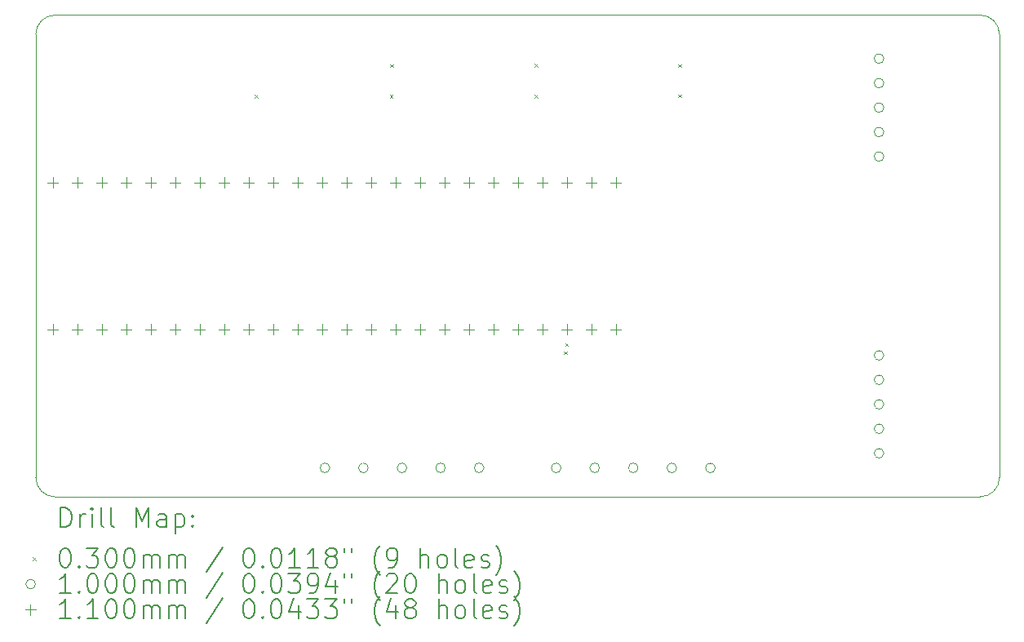
<source format=gbr>
%TF.GenerationSoftware,KiCad,Pcbnew,9.0.4-9.0.4-0~ubuntu22.04.1*%
%TF.CreationDate,2025-10-13T12:48:48-07:00*%
%TF.ProjectId,test_arena,74657374-5f61-4726-956e-612e6b696361,rev?*%
%TF.SameCoordinates,Original*%
%TF.FileFunction,Drillmap*%
%TF.FilePolarity,Positive*%
%FSLAX45Y45*%
G04 Gerber Fmt 4.5, Leading zero omitted, Abs format (unit mm)*
G04 Created by KiCad (PCBNEW 9.0.4-9.0.4-0~ubuntu22.04.1) date 2025-10-13 12:48:48*
%MOMM*%
%LPD*%
G01*
G04 APERTURE LIST*
%ADD10C,0.050000*%
%ADD11C,0.200000*%
%ADD12C,0.100000*%
%ADD13C,0.110000*%
G04 APERTURE END LIST*
D10*
X5200000Y-5000000D02*
X14800000Y-5000000D01*
X15000000Y-9800000D02*
G75*
G02*
X14800000Y-10000000I-200000J0D01*
G01*
X5000000Y-9800000D02*
X5000000Y-5200000D01*
X5000000Y-5200000D02*
G75*
G02*
X5200000Y-5000000I200000J0D01*
G01*
X5200000Y-10000000D02*
G75*
G02*
X5000000Y-9800000I0J200000D01*
G01*
X14800000Y-10000000D02*
X5200000Y-10000000D01*
X15000000Y-5200000D02*
X15000000Y-9800000D01*
X14800000Y-5000000D02*
G75*
G02*
X15000000Y-5200000I0J-200000D01*
G01*
D11*
D12*
X7272500Y-5830000D02*
X7302500Y-5860000D01*
X7302500Y-5830000D02*
X7272500Y-5860000D01*
X8672500Y-5827500D02*
X8702500Y-5857500D01*
X8702500Y-5827500D02*
X8672500Y-5857500D01*
X8677500Y-5510000D02*
X8707500Y-5540000D01*
X8707500Y-5510000D02*
X8677500Y-5540000D01*
X10177500Y-5507500D02*
X10207500Y-5537500D01*
X10207500Y-5507500D02*
X10177500Y-5537500D01*
X10177500Y-5827500D02*
X10207500Y-5857500D01*
X10207500Y-5827500D02*
X10177500Y-5857500D01*
X10480880Y-8492350D02*
X10510880Y-8522350D01*
X10510880Y-8492350D02*
X10480880Y-8522350D01*
X10492840Y-8407190D02*
X10522840Y-8437190D01*
X10522840Y-8407190D02*
X10492840Y-8437190D01*
X11667500Y-5510000D02*
X11697500Y-5540000D01*
X11697500Y-5510000D02*
X11667500Y-5540000D01*
X11667500Y-5825000D02*
X11697500Y-5855000D01*
X11697500Y-5825000D02*
X11667500Y-5855000D01*
X8050000Y-9700000D02*
G75*
G02*
X7950000Y-9700000I-50000J0D01*
G01*
X7950000Y-9700000D02*
G75*
G02*
X8050000Y-9700000I50000J0D01*
G01*
X8450000Y-9700000D02*
G75*
G02*
X8350000Y-9700000I-50000J0D01*
G01*
X8350000Y-9700000D02*
G75*
G02*
X8450000Y-9700000I50000J0D01*
G01*
X8850000Y-9700000D02*
G75*
G02*
X8750000Y-9700000I-50000J0D01*
G01*
X8750000Y-9700000D02*
G75*
G02*
X8850000Y-9700000I50000J0D01*
G01*
X9250000Y-9700000D02*
G75*
G02*
X9150000Y-9700000I-50000J0D01*
G01*
X9150000Y-9700000D02*
G75*
G02*
X9250000Y-9700000I50000J0D01*
G01*
X9650000Y-9700000D02*
G75*
G02*
X9550000Y-9700000I-50000J0D01*
G01*
X9550000Y-9700000D02*
G75*
G02*
X9650000Y-9700000I50000J0D01*
G01*
X10450000Y-9700000D02*
G75*
G02*
X10350000Y-9700000I-50000J0D01*
G01*
X10350000Y-9700000D02*
G75*
G02*
X10450000Y-9700000I50000J0D01*
G01*
X10850000Y-9700000D02*
G75*
G02*
X10750000Y-9700000I-50000J0D01*
G01*
X10750000Y-9700000D02*
G75*
G02*
X10850000Y-9700000I50000J0D01*
G01*
X11250000Y-9700000D02*
G75*
G02*
X11150000Y-9700000I-50000J0D01*
G01*
X11150000Y-9700000D02*
G75*
G02*
X11250000Y-9700000I50000J0D01*
G01*
X11650000Y-9700000D02*
G75*
G02*
X11550000Y-9700000I-50000J0D01*
G01*
X11550000Y-9700000D02*
G75*
G02*
X11650000Y-9700000I50000J0D01*
G01*
X12050000Y-9700000D02*
G75*
G02*
X11950000Y-9700000I-50000J0D01*
G01*
X11950000Y-9700000D02*
G75*
G02*
X12050000Y-9700000I50000J0D01*
G01*
X13800000Y-5452000D02*
G75*
G02*
X13700000Y-5452000I-50000J0D01*
G01*
X13700000Y-5452000D02*
G75*
G02*
X13800000Y-5452000I50000J0D01*
G01*
X13800000Y-5706000D02*
G75*
G02*
X13700000Y-5706000I-50000J0D01*
G01*
X13700000Y-5706000D02*
G75*
G02*
X13800000Y-5706000I50000J0D01*
G01*
X13800000Y-5960000D02*
G75*
G02*
X13700000Y-5960000I-50000J0D01*
G01*
X13700000Y-5960000D02*
G75*
G02*
X13800000Y-5960000I50000J0D01*
G01*
X13800000Y-6214000D02*
G75*
G02*
X13700000Y-6214000I-50000J0D01*
G01*
X13700000Y-6214000D02*
G75*
G02*
X13800000Y-6214000I50000J0D01*
G01*
X13800000Y-6468000D02*
G75*
G02*
X13700000Y-6468000I-50000J0D01*
G01*
X13700000Y-6468000D02*
G75*
G02*
X13800000Y-6468000I50000J0D01*
G01*
X13800000Y-8532000D02*
G75*
G02*
X13700000Y-8532000I-50000J0D01*
G01*
X13700000Y-8532000D02*
G75*
G02*
X13800000Y-8532000I50000J0D01*
G01*
X13800000Y-8786000D02*
G75*
G02*
X13700000Y-8786000I-50000J0D01*
G01*
X13700000Y-8786000D02*
G75*
G02*
X13800000Y-8786000I50000J0D01*
G01*
X13800000Y-9040000D02*
G75*
G02*
X13700000Y-9040000I-50000J0D01*
G01*
X13700000Y-9040000D02*
G75*
G02*
X13800000Y-9040000I50000J0D01*
G01*
X13800000Y-9294000D02*
G75*
G02*
X13700000Y-9294000I-50000J0D01*
G01*
X13700000Y-9294000D02*
G75*
G02*
X13800000Y-9294000I50000J0D01*
G01*
X13800000Y-9548000D02*
G75*
G02*
X13700000Y-9548000I-50000J0D01*
G01*
X13700000Y-9548000D02*
G75*
G02*
X13800000Y-9548000I50000J0D01*
G01*
D13*
X5179000Y-6683000D02*
X5179000Y-6793000D01*
X5124000Y-6738000D02*
X5234000Y-6738000D01*
X5179000Y-8207000D02*
X5179000Y-8317000D01*
X5124000Y-8262000D02*
X5234000Y-8262000D01*
X5433000Y-6683000D02*
X5433000Y-6793000D01*
X5378000Y-6738000D02*
X5488000Y-6738000D01*
X5433000Y-8207000D02*
X5433000Y-8317000D01*
X5378000Y-8262000D02*
X5488000Y-8262000D01*
X5687000Y-6683000D02*
X5687000Y-6793000D01*
X5632000Y-6738000D02*
X5742000Y-6738000D01*
X5687000Y-8207000D02*
X5687000Y-8317000D01*
X5632000Y-8262000D02*
X5742000Y-8262000D01*
X5941000Y-6683000D02*
X5941000Y-6793000D01*
X5886000Y-6738000D02*
X5996000Y-6738000D01*
X5941000Y-8207000D02*
X5941000Y-8317000D01*
X5886000Y-8262000D02*
X5996000Y-8262000D01*
X6195000Y-6683000D02*
X6195000Y-6793000D01*
X6140000Y-6738000D02*
X6250000Y-6738000D01*
X6195000Y-8207000D02*
X6195000Y-8317000D01*
X6140000Y-8262000D02*
X6250000Y-8262000D01*
X6449000Y-6683000D02*
X6449000Y-6793000D01*
X6394000Y-6738000D02*
X6504000Y-6738000D01*
X6449000Y-8207000D02*
X6449000Y-8317000D01*
X6394000Y-8262000D02*
X6504000Y-8262000D01*
X6703000Y-6683000D02*
X6703000Y-6793000D01*
X6648000Y-6738000D02*
X6758000Y-6738000D01*
X6703000Y-8207000D02*
X6703000Y-8317000D01*
X6648000Y-8262000D02*
X6758000Y-8262000D01*
X6957000Y-6683000D02*
X6957000Y-6793000D01*
X6902000Y-6738000D02*
X7012000Y-6738000D01*
X6957000Y-8207000D02*
X6957000Y-8317000D01*
X6902000Y-8262000D02*
X7012000Y-8262000D01*
X7211000Y-6683000D02*
X7211000Y-6793000D01*
X7156000Y-6738000D02*
X7266000Y-6738000D01*
X7211000Y-8207000D02*
X7211000Y-8317000D01*
X7156000Y-8262000D02*
X7266000Y-8262000D01*
X7465000Y-6683000D02*
X7465000Y-6793000D01*
X7410000Y-6738000D02*
X7520000Y-6738000D01*
X7465000Y-8207000D02*
X7465000Y-8317000D01*
X7410000Y-8262000D02*
X7520000Y-8262000D01*
X7719000Y-6683000D02*
X7719000Y-6793000D01*
X7664000Y-6738000D02*
X7774000Y-6738000D01*
X7719000Y-8207000D02*
X7719000Y-8317000D01*
X7664000Y-8262000D02*
X7774000Y-8262000D01*
X7973000Y-6683000D02*
X7973000Y-6793000D01*
X7918000Y-6738000D02*
X8028000Y-6738000D01*
X7973000Y-8207000D02*
X7973000Y-8317000D01*
X7918000Y-8262000D02*
X8028000Y-8262000D01*
X8227000Y-6683000D02*
X8227000Y-6793000D01*
X8172000Y-6738000D02*
X8282000Y-6738000D01*
X8227000Y-8207000D02*
X8227000Y-8317000D01*
X8172000Y-8262000D02*
X8282000Y-8262000D01*
X8481000Y-6683000D02*
X8481000Y-6793000D01*
X8426000Y-6738000D02*
X8536000Y-6738000D01*
X8481000Y-8207000D02*
X8481000Y-8317000D01*
X8426000Y-8262000D02*
X8536000Y-8262000D01*
X8735000Y-6683000D02*
X8735000Y-6793000D01*
X8680000Y-6738000D02*
X8790000Y-6738000D01*
X8735000Y-8207000D02*
X8735000Y-8317000D01*
X8680000Y-8262000D02*
X8790000Y-8262000D01*
X8989000Y-6683000D02*
X8989000Y-6793000D01*
X8934000Y-6738000D02*
X9044000Y-6738000D01*
X8989000Y-8207000D02*
X8989000Y-8317000D01*
X8934000Y-8262000D02*
X9044000Y-8262000D01*
X9243000Y-6683000D02*
X9243000Y-6793000D01*
X9188000Y-6738000D02*
X9298000Y-6738000D01*
X9243000Y-8207000D02*
X9243000Y-8317000D01*
X9188000Y-8262000D02*
X9298000Y-8262000D01*
X9497000Y-6683000D02*
X9497000Y-6793000D01*
X9442000Y-6738000D02*
X9552000Y-6738000D01*
X9497000Y-8207000D02*
X9497000Y-8317000D01*
X9442000Y-8262000D02*
X9552000Y-8262000D01*
X9751000Y-6683000D02*
X9751000Y-6793000D01*
X9696000Y-6738000D02*
X9806000Y-6738000D01*
X9751000Y-8207000D02*
X9751000Y-8317000D01*
X9696000Y-8262000D02*
X9806000Y-8262000D01*
X10005000Y-6683000D02*
X10005000Y-6793000D01*
X9950000Y-6738000D02*
X10060000Y-6738000D01*
X10005000Y-8207000D02*
X10005000Y-8317000D01*
X9950000Y-8262000D02*
X10060000Y-8262000D01*
X10259000Y-6683000D02*
X10259000Y-6793000D01*
X10204000Y-6738000D02*
X10314000Y-6738000D01*
X10259000Y-8207000D02*
X10259000Y-8317000D01*
X10204000Y-8262000D02*
X10314000Y-8262000D01*
X10513000Y-6683000D02*
X10513000Y-6793000D01*
X10458000Y-6738000D02*
X10568000Y-6738000D01*
X10513000Y-8207000D02*
X10513000Y-8317000D01*
X10458000Y-8262000D02*
X10568000Y-8262000D01*
X10767000Y-6683000D02*
X10767000Y-6793000D01*
X10712000Y-6738000D02*
X10822000Y-6738000D01*
X10767000Y-8207000D02*
X10767000Y-8317000D01*
X10712000Y-8262000D02*
X10822000Y-8262000D01*
X11021000Y-6683000D02*
X11021000Y-6793000D01*
X10966000Y-6738000D02*
X11076000Y-6738000D01*
X11021000Y-8207000D02*
X11021000Y-8317000D01*
X10966000Y-8262000D02*
X11076000Y-8262000D01*
D11*
X5258277Y-10313984D02*
X5258277Y-10113984D01*
X5258277Y-10113984D02*
X5305896Y-10113984D01*
X5305896Y-10113984D02*
X5334467Y-10123508D01*
X5334467Y-10123508D02*
X5353515Y-10142555D01*
X5353515Y-10142555D02*
X5363039Y-10161603D01*
X5363039Y-10161603D02*
X5372563Y-10199698D01*
X5372563Y-10199698D02*
X5372563Y-10228270D01*
X5372563Y-10228270D02*
X5363039Y-10266365D01*
X5363039Y-10266365D02*
X5353515Y-10285412D01*
X5353515Y-10285412D02*
X5334467Y-10304460D01*
X5334467Y-10304460D02*
X5305896Y-10313984D01*
X5305896Y-10313984D02*
X5258277Y-10313984D01*
X5458277Y-10313984D02*
X5458277Y-10180650D01*
X5458277Y-10218746D02*
X5467801Y-10199698D01*
X5467801Y-10199698D02*
X5477324Y-10190174D01*
X5477324Y-10190174D02*
X5496372Y-10180650D01*
X5496372Y-10180650D02*
X5515420Y-10180650D01*
X5582086Y-10313984D02*
X5582086Y-10180650D01*
X5582086Y-10113984D02*
X5572563Y-10123508D01*
X5572563Y-10123508D02*
X5582086Y-10133031D01*
X5582086Y-10133031D02*
X5591610Y-10123508D01*
X5591610Y-10123508D02*
X5582086Y-10113984D01*
X5582086Y-10113984D02*
X5582086Y-10133031D01*
X5705896Y-10313984D02*
X5686848Y-10304460D01*
X5686848Y-10304460D02*
X5677324Y-10285412D01*
X5677324Y-10285412D02*
X5677324Y-10113984D01*
X5810658Y-10313984D02*
X5791610Y-10304460D01*
X5791610Y-10304460D02*
X5782086Y-10285412D01*
X5782086Y-10285412D02*
X5782086Y-10113984D01*
X6039229Y-10313984D02*
X6039229Y-10113984D01*
X6039229Y-10113984D02*
X6105896Y-10256841D01*
X6105896Y-10256841D02*
X6172562Y-10113984D01*
X6172562Y-10113984D02*
X6172562Y-10313984D01*
X6353515Y-10313984D02*
X6353515Y-10209222D01*
X6353515Y-10209222D02*
X6343991Y-10190174D01*
X6343991Y-10190174D02*
X6324943Y-10180650D01*
X6324943Y-10180650D02*
X6286848Y-10180650D01*
X6286848Y-10180650D02*
X6267801Y-10190174D01*
X6353515Y-10304460D02*
X6334467Y-10313984D01*
X6334467Y-10313984D02*
X6286848Y-10313984D01*
X6286848Y-10313984D02*
X6267801Y-10304460D01*
X6267801Y-10304460D02*
X6258277Y-10285412D01*
X6258277Y-10285412D02*
X6258277Y-10266365D01*
X6258277Y-10266365D02*
X6267801Y-10247317D01*
X6267801Y-10247317D02*
X6286848Y-10237793D01*
X6286848Y-10237793D02*
X6334467Y-10237793D01*
X6334467Y-10237793D02*
X6353515Y-10228270D01*
X6448753Y-10180650D02*
X6448753Y-10380650D01*
X6448753Y-10190174D02*
X6467801Y-10180650D01*
X6467801Y-10180650D02*
X6505896Y-10180650D01*
X6505896Y-10180650D02*
X6524943Y-10190174D01*
X6524943Y-10190174D02*
X6534467Y-10199698D01*
X6534467Y-10199698D02*
X6543991Y-10218746D01*
X6543991Y-10218746D02*
X6543991Y-10275889D01*
X6543991Y-10275889D02*
X6534467Y-10294936D01*
X6534467Y-10294936D02*
X6524943Y-10304460D01*
X6524943Y-10304460D02*
X6505896Y-10313984D01*
X6505896Y-10313984D02*
X6467801Y-10313984D01*
X6467801Y-10313984D02*
X6448753Y-10304460D01*
X6629705Y-10294936D02*
X6639229Y-10304460D01*
X6639229Y-10304460D02*
X6629705Y-10313984D01*
X6629705Y-10313984D02*
X6620182Y-10304460D01*
X6620182Y-10304460D02*
X6629705Y-10294936D01*
X6629705Y-10294936D02*
X6629705Y-10313984D01*
X6629705Y-10190174D02*
X6639229Y-10199698D01*
X6639229Y-10199698D02*
X6629705Y-10209222D01*
X6629705Y-10209222D02*
X6620182Y-10199698D01*
X6620182Y-10199698D02*
X6629705Y-10190174D01*
X6629705Y-10190174D02*
X6629705Y-10209222D01*
D12*
X4967500Y-10627500D02*
X4997500Y-10657500D01*
X4997500Y-10627500D02*
X4967500Y-10657500D01*
D11*
X5296372Y-10533984D02*
X5315420Y-10533984D01*
X5315420Y-10533984D02*
X5334467Y-10543508D01*
X5334467Y-10543508D02*
X5343991Y-10553031D01*
X5343991Y-10553031D02*
X5353515Y-10572079D01*
X5353515Y-10572079D02*
X5363039Y-10610174D01*
X5363039Y-10610174D02*
X5363039Y-10657793D01*
X5363039Y-10657793D02*
X5353515Y-10695889D01*
X5353515Y-10695889D02*
X5343991Y-10714936D01*
X5343991Y-10714936D02*
X5334467Y-10724460D01*
X5334467Y-10724460D02*
X5315420Y-10733984D01*
X5315420Y-10733984D02*
X5296372Y-10733984D01*
X5296372Y-10733984D02*
X5277324Y-10724460D01*
X5277324Y-10724460D02*
X5267801Y-10714936D01*
X5267801Y-10714936D02*
X5258277Y-10695889D01*
X5258277Y-10695889D02*
X5248753Y-10657793D01*
X5248753Y-10657793D02*
X5248753Y-10610174D01*
X5248753Y-10610174D02*
X5258277Y-10572079D01*
X5258277Y-10572079D02*
X5267801Y-10553031D01*
X5267801Y-10553031D02*
X5277324Y-10543508D01*
X5277324Y-10543508D02*
X5296372Y-10533984D01*
X5448753Y-10714936D02*
X5458277Y-10724460D01*
X5458277Y-10724460D02*
X5448753Y-10733984D01*
X5448753Y-10733984D02*
X5439229Y-10724460D01*
X5439229Y-10724460D02*
X5448753Y-10714936D01*
X5448753Y-10714936D02*
X5448753Y-10733984D01*
X5524944Y-10533984D02*
X5648753Y-10533984D01*
X5648753Y-10533984D02*
X5582086Y-10610174D01*
X5582086Y-10610174D02*
X5610658Y-10610174D01*
X5610658Y-10610174D02*
X5629705Y-10619698D01*
X5629705Y-10619698D02*
X5639229Y-10629222D01*
X5639229Y-10629222D02*
X5648753Y-10648270D01*
X5648753Y-10648270D02*
X5648753Y-10695889D01*
X5648753Y-10695889D02*
X5639229Y-10714936D01*
X5639229Y-10714936D02*
X5629705Y-10724460D01*
X5629705Y-10724460D02*
X5610658Y-10733984D01*
X5610658Y-10733984D02*
X5553515Y-10733984D01*
X5553515Y-10733984D02*
X5534467Y-10724460D01*
X5534467Y-10724460D02*
X5524944Y-10714936D01*
X5772562Y-10533984D02*
X5791610Y-10533984D01*
X5791610Y-10533984D02*
X5810658Y-10543508D01*
X5810658Y-10543508D02*
X5820182Y-10553031D01*
X5820182Y-10553031D02*
X5829705Y-10572079D01*
X5829705Y-10572079D02*
X5839229Y-10610174D01*
X5839229Y-10610174D02*
X5839229Y-10657793D01*
X5839229Y-10657793D02*
X5829705Y-10695889D01*
X5829705Y-10695889D02*
X5820182Y-10714936D01*
X5820182Y-10714936D02*
X5810658Y-10724460D01*
X5810658Y-10724460D02*
X5791610Y-10733984D01*
X5791610Y-10733984D02*
X5772562Y-10733984D01*
X5772562Y-10733984D02*
X5753515Y-10724460D01*
X5753515Y-10724460D02*
X5743991Y-10714936D01*
X5743991Y-10714936D02*
X5734467Y-10695889D01*
X5734467Y-10695889D02*
X5724943Y-10657793D01*
X5724943Y-10657793D02*
X5724943Y-10610174D01*
X5724943Y-10610174D02*
X5734467Y-10572079D01*
X5734467Y-10572079D02*
X5743991Y-10553031D01*
X5743991Y-10553031D02*
X5753515Y-10543508D01*
X5753515Y-10543508D02*
X5772562Y-10533984D01*
X5963039Y-10533984D02*
X5982086Y-10533984D01*
X5982086Y-10533984D02*
X6001134Y-10543508D01*
X6001134Y-10543508D02*
X6010658Y-10553031D01*
X6010658Y-10553031D02*
X6020182Y-10572079D01*
X6020182Y-10572079D02*
X6029705Y-10610174D01*
X6029705Y-10610174D02*
X6029705Y-10657793D01*
X6029705Y-10657793D02*
X6020182Y-10695889D01*
X6020182Y-10695889D02*
X6010658Y-10714936D01*
X6010658Y-10714936D02*
X6001134Y-10724460D01*
X6001134Y-10724460D02*
X5982086Y-10733984D01*
X5982086Y-10733984D02*
X5963039Y-10733984D01*
X5963039Y-10733984D02*
X5943991Y-10724460D01*
X5943991Y-10724460D02*
X5934467Y-10714936D01*
X5934467Y-10714936D02*
X5924943Y-10695889D01*
X5924943Y-10695889D02*
X5915420Y-10657793D01*
X5915420Y-10657793D02*
X5915420Y-10610174D01*
X5915420Y-10610174D02*
X5924943Y-10572079D01*
X5924943Y-10572079D02*
X5934467Y-10553031D01*
X5934467Y-10553031D02*
X5943991Y-10543508D01*
X5943991Y-10543508D02*
X5963039Y-10533984D01*
X6115420Y-10733984D02*
X6115420Y-10600650D01*
X6115420Y-10619698D02*
X6124943Y-10610174D01*
X6124943Y-10610174D02*
X6143991Y-10600650D01*
X6143991Y-10600650D02*
X6172563Y-10600650D01*
X6172563Y-10600650D02*
X6191610Y-10610174D01*
X6191610Y-10610174D02*
X6201134Y-10629222D01*
X6201134Y-10629222D02*
X6201134Y-10733984D01*
X6201134Y-10629222D02*
X6210658Y-10610174D01*
X6210658Y-10610174D02*
X6229705Y-10600650D01*
X6229705Y-10600650D02*
X6258277Y-10600650D01*
X6258277Y-10600650D02*
X6277324Y-10610174D01*
X6277324Y-10610174D02*
X6286848Y-10629222D01*
X6286848Y-10629222D02*
X6286848Y-10733984D01*
X6382086Y-10733984D02*
X6382086Y-10600650D01*
X6382086Y-10619698D02*
X6391610Y-10610174D01*
X6391610Y-10610174D02*
X6410658Y-10600650D01*
X6410658Y-10600650D02*
X6439229Y-10600650D01*
X6439229Y-10600650D02*
X6458277Y-10610174D01*
X6458277Y-10610174D02*
X6467801Y-10629222D01*
X6467801Y-10629222D02*
X6467801Y-10733984D01*
X6467801Y-10629222D02*
X6477324Y-10610174D01*
X6477324Y-10610174D02*
X6496372Y-10600650D01*
X6496372Y-10600650D02*
X6524943Y-10600650D01*
X6524943Y-10600650D02*
X6543991Y-10610174D01*
X6543991Y-10610174D02*
X6553515Y-10629222D01*
X6553515Y-10629222D02*
X6553515Y-10733984D01*
X6943991Y-10524460D02*
X6772563Y-10781603D01*
X7201134Y-10533984D02*
X7220182Y-10533984D01*
X7220182Y-10533984D02*
X7239229Y-10543508D01*
X7239229Y-10543508D02*
X7248753Y-10553031D01*
X7248753Y-10553031D02*
X7258277Y-10572079D01*
X7258277Y-10572079D02*
X7267801Y-10610174D01*
X7267801Y-10610174D02*
X7267801Y-10657793D01*
X7267801Y-10657793D02*
X7258277Y-10695889D01*
X7258277Y-10695889D02*
X7248753Y-10714936D01*
X7248753Y-10714936D02*
X7239229Y-10724460D01*
X7239229Y-10724460D02*
X7220182Y-10733984D01*
X7220182Y-10733984D02*
X7201134Y-10733984D01*
X7201134Y-10733984D02*
X7182086Y-10724460D01*
X7182086Y-10724460D02*
X7172563Y-10714936D01*
X7172563Y-10714936D02*
X7163039Y-10695889D01*
X7163039Y-10695889D02*
X7153515Y-10657793D01*
X7153515Y-10657793D02*
X7153515Y-10610174D01*
X7153515Y-10610174D02*
X7163039Y-10572079D01*
X7163039Y-10572079D02*
X7172563Y-10553031D01*
X7172563Y-10553031D02*
X7182086Y-10543508D01*
X7182086Y-10543508D02*
X7201134Y-10533984D01*
X7353515Y-10714936D02*
X7363039Y-10724460D01*
X7363039Y-10724460D02*
X7353515Y-10733984D01*
X7353515Y-10733984D02*
X7343991Y-10724460D01*
X7343991Y-10724460D02*
X7353515Y-10714936D01*
X7353515Y-10714936D02*
X7353515Y-10733984D01*
X7486848Y-10533984D02*
X7505896Y-10533984D01*
X7505896Y-10533984D02*
X7524944Y-10543508D01*
X7524944Y-10543508D02*
X7534467Y-10553031D01*
X7534467Y-10553031D02*
X7543991Y-10572079D01*
X7543991Y-10572079D02*
X7553515Y-10610174D01*
X7553515Y-10610174D02*
X7553515Y-10657793D01*
X7553515Y-10657793D02*
X7543991Y-10695889D01*
X7543991Y-10695889D02*
X7534467Y-10714936D01*
X7534467Y-10714936D02*
X7524944Y-10724460D01*
X7524944Y-10724460D02*
X7505896Y-10733984D01*
X7505896Y-10733984D02*
X7486848Y-10733984D01*
X7486848Y-10733984D02*
X7467801Y-10724460D01*
X7467801Y-10724460D02*
X7458277Y-10714936D01*
X7458277Y-10714936D02*
X7448753Y-10695889D01*
X7448753Y-10695889D02*
X7439229Y-10657793D01*
X7439229Y-10657793D02*
X7439229Y-10610174D01*
X7439229Y-10610174D02*
X7448753Y-10572079D01*
X7448753Y-10572079D02*
X7458277Y-10553031D01*
X7458277Y-10553031D02*
X7467801Y-10543508D01*
X7467801Y-10543508D02*
X7486848Y-10533984D01*
X7743991Y-10733984D02*
X7629706Y-10733984D01*
X7686848Y-10733984D02*
X7686848Y-10533984D01*
X7686848Y-10533984D02*
X7667801Y-10562555D01*
X7667801Y-10562555D02*
X7648753Y-10581603D01*
X7648753Y-10581603D02*
X7629706Y-10591127D01*
X7934467Y-10733984D02*
X7820182Y-10733984D01*
X7877325Y-10733984D02*
X7877325Y-10533984D01*
X7877325Y-10533984D02*
X7858277Y-10562555D01*
X7858277Y-10562555D02*
X7839229Y-10581603D01*
X7839229Y-10581603D02*
X7820182Y-10591127D01*
X8048753Y-10619698D02*
X8029706Y-10610174D01*
X8029706Y-10610174D02*
X8020182Y-10600650D01*
X8020182Y-10600650D02*
X8010658Y-10581603D01*
X8010658Y-10581603D02*
X8010658Y-10572079D01*
X8010658Y-10572079D02*
X8020182Y-10553031D01*
X8020182Y-10553031D02*
X8029706Y-10543508D01*
X8029706Y-10543508D02*
X8048753Y-10533984D01*
X8048753Y-10533984D02*
X8086848Y-10533984D01*
X8086848Y-10533984D02*
X8105896Y-10543508D01*
X8105896Y-10543508D02*
X8115420Y-10553031D01*
X8115420Y-10553031D02*
X8124944Y-10572079D01*
X8124944Y-10572079D02*
X8124944Y-10581603D01*
X8124944Y-10581603D02*
X8115420Y-10600650D01*
X8115420Y-10600650D02*
X8105896Y-10610174D01*
X8105896Y-10610174D02*
X8086848Y-10619698D01*
X8086848Y-10619698D02*
X8048753Y-10619698D01*
X8048753Y-10619698D02*
X8029706Y-10629222D01*
X8029706Y-10629222D02*
X8020182Y-10638746D01*
X8020182Y-10638746D02*
X8010658Y-10657793D01*
X8010658Y-10657793D02*
X8010658Y-10695889D01*
X8010658Y-10695889D02*
X8020182Y-10714936D01*
X8020182Y-10714936D02*
X8029706Y-10724460D01*
X8029706Y-10724460D02*
X8048753Y-10733984D01*
X8048753Y-10733984D02*
X8086848Y-10733984D01*
X8086848Y-10733984D02*
X8105896Y-10724460D01*
X8105896Y-10724460D02*
X8115420Y-10714936D01*
X8115420Y-10714936D02*
X8124944Y-10695889D01*
X8124944Y-10695889D02*
X8124944Y-10657793D01*
X8124944Y-10657793D02*
X8115420Y-10638746D01*
X8115420Y-10638746D02*
X8105896Y-10629222D01*
X8105896Y-10629222D02*
X8086848Y-10619698D01*
X8201134Y-10533984D02*
X8201134Y-10572079D01*
X8277325Y-10533984D02*
X8277325Y-10572079D01*
X8572563Y-10810174D02*
X8563039Y-10800650D01*
X8563039Y-10800650D02*
X8543991Y-10772079D01*
X8543991Y-10772079D02*
X8534468Y-10753031D01*
X8534468Y-10753031D02*
X8524944Y-10724460D01*
X8524944Y-10724460D02*
X8515420Y-10676841D01*
X8515420Y-10676841D02*
X8515420Y-10638746D01*
X8515420Y-10638746D02*
X8524944Y-10591127D01*
X8524944Y-10591127D02*
X8534468Y-10562555D01*
X8534468Y-10562555D02*
X8543991Y-10543508D01*
X8543991Y-10543508D02*
X8563039Y-10514936D01*
X8563039Y-10514936D02*
X8572563Y-10505412D01*
X8658277Y-10733984D02*
X8696372Y-10733984D01*
X8696372Y-10733984D02*
X8715420Y-10724460D01*
X8715420Y-10724460D02*
X8724944Y-10714936D01*
X8724944Y-10714936D02*
X8743991Y-10686365D01*
X8743991Y-10686365D02*
X8753515Y-10648270D01*
X8753515Y-10648270D02*
X8753515Y-10572079D01*
X8753515Y-10572079D02*
X8743991Y-10553031D01*
X8743991Y-10553031D02*
X8734468Y-10543508D01*
X8734468Y-10543508D02*
X8715420Y-10533984D01*
X8715420Y-10533984D02*
X8677325Y-10533984D01*
X8677325Y-10533984D02*
X8658277Y-10543508D01*
X8658277Y-10543508D02*
X8648753Y-10553031D01*
X8648753Y-10553031D02*
X8639230Y-10572079D01*
X8639230Y-10572079D02*
X8639230Y-10619698D01*
X8639230Y-10619698D02*
X8648753Y-10638746D01*
X8648753Y-10638746D02*
X8658277Y-10648270D01*
X8658277Y-10648270D02*
X8677325Y-10657793D01*
X8677325Y-10657793D02*
X8715420Y-10657793D01*
X8715420Y-10657793D02*
X8734468Y-10648270D01*
X8734468Y-10648270D02*
X8743991Y-10638746D01*
X8743991Y-10638746D02*
X8753515Y-10619698D01*
X8991611Y-10733984D02*
X8991611Y-10533984D01*
X9077325Y-10733984D02*
X9077325Y-10629222D01*
X9077325Y-10629222D02*
X9067801Y-10610174D01*
X9067801Y-10610174D02*
X9048753Y-10600650D01*
X9048753Y-10600650D02*
X9020182Y-10600650D01*
X9020182Y-10600650D02*
X9001134Y-10610174D01*
X9001134Y-10610174D02*
X8991611Y-10619698D01*
X9201134Y-10733984D02*
X9182087Y-10724460D01*
X9182087Y-10724460D02*
X9172563Y-10714936D01*
X9172563Y-10714936D02*
X9163039Y-10695889D01*
X9163039Y-10695889D02*
X9163039Y-10638746D01*
X9163039Y-10638746D02*
X9172563Y-10619698D01*
X9172563Y-10619698D02*
X9182087Y-10610174D01*
X9182087Y-10610174D02*
X9201134Y-10600650D01*
X9201134Y-10600650D02*
X9229706Y-10600650D01*
X9229706Y-10600650D02*
X9248753Y-10610174D01*
X9248753Y-10610174D02*
X9258277Y-10619698D01*
X9258277Y-10619698D02*
X9267801Y-10638746D01*
X9267801Y-10638746D02*
X9267801Y-10695889D01*
X9267801Y-10695889D02*
X9258277Y-10714936D01*
X9258277Y-10714936D02*
X9248753Y-10724460D01*
X9248753Y-10724460D02*
X9229706Y-10733984D01*
X9229706Y-10733984D02*
X9201134Y-10733984D01*
X9382087Y-10733984D02*
X9363039Y-10724460D01*
X9363039Y-10724460D02*
X9353515Y-10705412D01*
X9353515Y-10705412D02*
X9353515Y-10533984D01*
X9534468Y-10724460D02*
X9515420Y-10733984D01*
X9515420Y-10733984D02*
X9477325Y-10733984D01*
X9477325Y-10733984D02*
X9458277Y-10724460D01*
X9458277Y-10724460D02*
X9448753Y-10705412D01*
X9448753Y-10705412D02*
X9448753Y-10629222D01*
X9448753Y-10629222D02*
X9458277Y-10610174D01*
X9458277Y-10610174D02*
X9477325Y-10600650D01*
X9477325Y-10600650D02*
X9515420Y-10600650D01*
X9515420Y-10600650D02*
X9534468Y-10610174D01*
X9534468Y-10610174D02*
X9543992Y-10629222D01*
X9543992Y-10629222D02*
X9543992Y-10648270D01*
X9543992Y-10648270D02*
X9448753Y-10667317D01*
X9620182Y-10724460D02*
X9639230Y-10733984D01*
X9639230Y-10733984D02*
X9677325Y-10733984D01*
X9677325Y-10733984D02*
X9696373Y-10724460D01*
X9696373Y-10724460D02*
X9705896Y-10705412D01*
X9705896Y-10705412D02*
X9705896Y-10695889D01*
X9705896Y-10695889D02*
X9696373Y-10676841D01*
X9696373Y-10676841D02*
X9677325Y-10667317D01*
X9677325Y-10667317D02*
X9648753Y-10667317D01*
X9648753Y-10667317D02*
X9629706Y-10657793D01*
X9629706Y-10657793D02*
X9620182Y-10638746D01*
X9620182Y-10638746D02*
X9620182Y-10629222D01*
X9620182Y-10629222D02*
X9629706Y-10610174D01*
X9629706Y-10610174D02*
X9648753Y-10600650D01*
X9648753Y-10600650D02*
X9677325Y-10600650D01*
X9677325Y-10600650D02*
X9696373Y-10610174D01*
X9772563Y-10810174D02*
X9782087Y-10800650D01*
X9782087Y-10800650D02*
X9801134Y-10772079D01*
X9801134Y-10772079D02*
X9810658Y-10753031D01*
X9810658Y-10753031D02*
X9820182Y-10724460D01*
X9820182Y-10724460D02*
X9829706Y-10676841D01*
X9829706Y-10676841D02*
X9829706Y-10638746D01*
X9829706Y-10638746D02*
X9820182Y-10591127D01*
X9820182Y-10591127D02*
X9810658Y-10562555D01*
X9810658Y-10562555D02*
X9801134Y-10543508D01*
X9801134Y-10543508D02*
X9782087Y-10514936D01*
X9782087Y-10514936D02*
X9772563Y-10505412D01*
D12*
X4997500Y-10906500D02*
G75*
G02*
X4897500Y-10906500I-50000J0D01*
G01*
X4897500Y-10906500D02*
G75*
G02*
X4997500Y-10906500I50000J0D01*
G01*
D11*
X5363039Y-10997984D02*
X5248753Y-10997984D01*
X5305896Y-10997984D02*
X5305896Y-10797984D01*
X5305896Y-10797984D02*
X5286848Y-10826555D01*
X5286848Y-10826555D02*
X5267801Y-10845603D01*
X5267801Y-10845603D02*
X5248753Y-10855127D01*
X5448753Y-10978936D02*
X5458277Y-10988460D01*
X5458277Y-10988460D02*
X5448753Y-10997984D01*
X5448753Y-10997984D02*
X5439229Y-10988460D01*
X5439229Y-10988460D02*
X5448753Y-10978936D01*
X5448753Y-10978936D02*
X5448753Y-10997984D01*
X5582086Y-10797984D02*
X5601134Y-10797984D01*
X5601134Y-10797984D02*
X5620182Y-10807508D01*
X5620182Y-10807508D02*
X5629705Y-10817031D01*
X5629705Y-10817031D02*
X5639229Y-10836079D01*
X5639229Y-10836079D02*
X5648753Y-10874174D01*
X5648753Y-10874174D02*
X5648753Y-10921793D01*
X5648753Y-10921793D02*
X5639229Y-10959889D01*
X5639229Y-10959889D02*
X5629705Y-10978936D01*
X5629705Y-10978936D02*
X5620182Y-10988460D01*
X5620182Y-10988460D02*
X5601134Y-10997984D01*
X5601134Y-10997984D02*
X5582086Y-10997984D01*
X5582086Y-10997984D02*
X5563039Y-10988460D01*
X5563039Y-10988460D02*
X5553515Y-10978936D01*
X5553515Y-10978936D02*
X5543991Y-10959889D01*
X5543991Y-10959889D02*
X5534467Y-10921793D01*
X5534467Y-10921793D02*
X5534467Y-10874174D01*
X5534467Y-10874174D02*
X5543991Y-10836079D01*
X5543991Y-10836079D02*
X5553515Y-10817031D01*
X5553515Y-10817031D02*
X5563039Y-10807508D01*
X5563039Y-10807508D02*
X5582086Y-10797984D01*
X5772562Y-10797984D02*
X5791610Y-10797984D01*
X5791610Y-10797984D02*
X5810658Y-10807508D01*
X5810658Y-10807508D02*
X5820182Y-10817031D01*
X5820182Y-10817031D02*
X5829705Y-10836079D01*
X5829705Y-10836079D02*
X5839229Y-10874174D01*
X5839229Y-10874174D02*
X5839229Y-10921793D01*
X5839229Y-10921793D02*
X5829705Y-10959889D01*
X5829705Y-10959889D02*
X5820182Y-10978936D01*
X5820182Y-10978936D02*
X5810658Y-10988460D01*
X5810658Y-10988460D02*
X5791610Y-10997984D01*
X5791610Y-10997984D02*
X5772562Y-10997984D01*
X5772562Y-10997984D02*
X5753515Y-10988460D01*
X5753515Y-10988460D02*
X5743991Y-10978936D01*
X5743991Y-10978936D02*
X5734467Y-10959889D01*
X5734467Y-10959889D02*
X5724943Y-10921793D01*
X5724943Y-10921793D02*
X5724943Y-10874174D01*
X5724943Y-10874174D02*
X5734467Y-10836079D01*
X5734467Y-10836079D02*
X5743991Y-10817031D01*
X5743991Y-10817031D02*
X5753515Y-10807508D01*
X5753515Y-10807508D02*
X5772562Y-10797984D01*
X5963039Y-10797984D02*
X5982086Y-10797984D01*
X5982086Y-10797984D02*
X6001134Y-10807508D01*
X6001134Y-10807508D02*
X6010658Y-10817031D01*
X6010658Y-10817031D02*
X6020182Y-10836079D01*
X6020182Y-10836079D02*
X6029705Y-10874174D01*
X6029705Y-10874174D02*
X6029705Y-10921793D01*
X6029705Y-10921793D02*
X6020182Y-10959889D01*
X6020182Y-10959889D02*
X6010658Y-10978936D01*
X6010658Y-10978936D02*
X6001134Y-10988460D01*
X6001134Y-10988460D02*
X5982086Y-10997984D01*
X5982086Y-10997984D02*
X5963039Y-10997984D01*
X5963039Y-10997984D02*
X5943991Y-10988460D01*
X5943991Y-10988460D02*
X5934467Y-10978936D01*
X5934467Y-10978936D02*
X5924943Y-10959889D01*
X5924943Y-10959889D02*
X5915420Y-10921793D01*
X5915420Y-10921793D02*
X5915420Y-10874174D01*
X5915420Y-10874174D02*
X5924943Y-10836079D01*
X5924943Y-10836079D02*
X5934467Y-10817031D01*
X5934467Y-10817031D02*
X5943991Y-10807508D01*
X5943991Y-10807508D02*
X5963039Y-10797984D01*
X6115420Y-10997984D02*
X6115420Y-10864650D01*
X6115420Y-10883698D02*
X6124943Y-10874174D01*
X6124943Y-10874174D02*
X6143991Y-10864650D01*
X6143991Y-10864650D02*
X6172563Y-10864650D01*
X6172563Y-10864650D02*
X6191610Y-10874174D01*
X6191610Y-10874174D02*
X6201134Y-10893222D01*
X6201134Y-10893222D02*
X6201134Y-10997984D01*
X6201134Y-10893222D02*
X6210658Y-10874174D01*
X6210658Y-10874174D02*
X6229705Y-10864650D01*
X6229705Y-10864650D02*
X6258277Y-10864650D01*
X6258277Y-10864650D02*
X6277324Y-10874174D01*
X6277324Y-10874174D02*
X6286848Y-10893222D01*
X6286848Y-10893222D02*
X6286848Y-10997984D01*
X6382086Y-10997984D02*
X6382086Y-10864650D01*
X6382086Y-10883698D02*
X6391610Y-10874174D01*
X6391610Y-10874174D02*
X6410658Y-10864650D01*
X6410658Y-10864650D02*
X6439229Y-10864650D01*
X6439229Y-10864650D02*
X6458277Y-10874174D01*
X6458277Y-10874174D02*
X6467801Y-10893222D01*
X6467801Y-10893222D02*
X6467801Y-10997984D01*
X6467801Y-10893222D02*
X6477324Y-10874174D01*
X6477324Y-10874174D02*
X6496372Y-10864650D01*
X6496372Y-10864650D02*
X6524943Y-10864650D01*
X6524943Y-10864650D02*
X6543991Y-10874174D01*
X6543991Y-10874174D02*
X6553515Y-10893222D01*
X6553515Y-10893222D02*
X6553515Y-10997984D01*
X6943991Y-10788460D02*
X6772563Y-11045603D01*
X7201134Y-10797984D02*
X7220182Y-10797984D01*
X7220182Y-10797984D02*
X7239229Y-10807508D01*
X7239229Y-10807508D02*
X7248753Y-10817031D01*
X7248753Y-10817031D02*
X7258277Y-10836079D01*
X7258277Y-10836079D02*
X7267801Y-10874174D01*
X7267801Y-10874174D02*
X7267801Y-10921793D01*
X7267801Y-10921793D02*
X7258277Y-10959889D01*
X7258277Y-10959889D02*
X7248753Y-10978936D01*
X7248753Y-10978936D02*
X7239229Y-10988460D01*
X7239229Y-10988460D02*
X7220182Y-10997984D01*
X7220182Y-10997984D02*
X7201134Y-10997984D01*
X7201134Y-10997984D02*
X7182086Y-10988460D01*
X7182086Y-10988460D02*
X7172563Y-10978936D01*
X7172563Y-10978936D02*
X7163039Y-10959889D01*
X7163039Y-10959889D02*
X7153515Y-10921793D01*
X7153515Y-10921793D02*
X7153515Y-10874174D01*
X7153515Y-10874174D02*
X7163039Y-10836079D01*
X7163039Y-10836079D02*
X7172563Y-10817031D01*
X7172563Y-10817031D02*
X7182086Y-10807508D01*
X7182086Y-10807508D02*
X7201134Y-10797984D01*
X7353515Y-10978936D02*
X7363039Y-10988460D01*
X7363039Y-10988460D02*
X7353515Y-10997984D01*
X7353515Y-10997984D02*
X7343991Y-10988460D01*
X7343991Y-10988460D02*
X7353515Y-10978936D01*
X7353515Y-10978936D02*
X7353515Y-10997984D01*
X7486848Y-10797984D02*
X7505896Y-10797984D01*
X7505896Y-10797984D02*
X7524944Y-10807508D01*
X7524944Y-10807508D02*
X7534467Y-10817031D01*
X7534467Y-10817031D02*
X7543991Y-10836079D01*
X7543991Y-10836079D02*
X7553515Y-10874174D01*
X7553515Y-10874174D02*
X7553515Y-10921793D01*
X7553515Y-10921793D02*
X7543991Y-10959889D01*
X7543991Y-10959889D02*
X7534467Y-10978936D01*
X7534467Y-10978936D02*
X7524944Y-10988460D01*
X7524944Y-10988460D02*
X7505896Y-10997984D01*
X7505896Y-10997984D02*
X7486848Y-10997984D01*
X7486848Y-10997984D02*
X7467801Y-10988460D01*
X7467801Y-10988460D02*
X7458277Y-10978936D01*
X7458277Y-10978936D02*
X7448753Y-10959889D01*
X7448753Y-10959889D02*
X7439229Y-10921793D01*
X7439229Y-10921793D02*
X7439229Y-10874174D01*
X7439229Y-10874174D02*
X7448753Y-10836079D01*
X7448753Y-10836079D02*
X7458277Y-10817031D01*
X7458277Y-10817031D02*
X7467801Y-10807508D01*
X7467801Y-10807508D02*
X7486848Y-10797984D01*
X7620182Y-10797984D02*
X7743991Y-10797984D01*
X7743991Y-10797984D02*
X7677325Y-10874174D01*
X7677325Y-10874174D02*
X7705896Y-10874174D01*
X7705896Y-10874174D02*
X7724944Y-10883698D01*
X7724944Y-10883698D02*
X7734467Y-10893222D01*
X7734467Y-10893222D02*
X7743991Y-10912270D01*
X7743991Y-10912270D02*
X7743991Y-10959889D01*
X7743991Y-10959889D02*
X7734467Y-10978936D01*
X7734467Y-10978936D02*
X7724944Y-10988460D01*
X7724944Y-10988460D02*
X7705896Y-10997984D01*
X7705896Y-10997984D02*
X7648753Y-10997984D01*
X7648753Y-10997984D02*
X7629706Y-10988460D01*
X7629706Y-10988460D02*
X7620182Y-10978936D01*
X7839229Y-10997984D02*
X7877325Y-10997984D01*
X7877325Y-10997984D02*
X7896372Y-10988460D01*
X7896372Y-10988460D02*
X7905896Y-10978936D01*
X7905896Y-10978936D02*
X7924944Y-10950365D01*
X7924944Y-10950365D02*
X7934467Y-10912270D01*
X7934467Y-10912270D02*
X7934467Y-10836079D01*
X7934467Y-10836079D02*
X7924944Y-10817031D01*
X7924944Y-10817031D02*
X7915420Y-10807508D01*
X7915420Y-10807508D02*
X7896372Y-10797984D01*
X7896372Y-10797984D02*
X7858277Y-10797984D01*
X7858277Y-10797984D02*
X7839229Y-10807508D01*
X7839229Y-10807508D02*
X7829706Y-10817031D01*
X7829706Y-10817031D02*
X7820182Y-10836079D01*
X7820182Y-10836079D02*
X7820182Y-10883698D01*
X7820182Y-10883698D02*
X7829706Y-10902746D01*
X7829706Y-10902746D02*
X7839229Y-10912270D01*
X7839229Y-10912270D02*
X7858277Y-10921793D01*
X7858277Y-10921793D02*
X7896372Y-10921793D01*
X7896372Y-10921793D02*
X7915420Y-10912270D01*
X7915420Y-10912270D02*
X7924944Y-10902746D01*
X7924944Y-10902746D02*
X7934467Y-10883698D01*
X8105896Y-10864650D02*
X8105896Y-10997984D01*
X8058277Y-10788460D02*
X8010658Y-10931317D01*
X8010658Y-10931317D02*
X8134467Y-10931317D01*
X8201134Y-10797984D02*
X8201134Y-10836079D01*
X8277325Y-10797984D02*
X8277325Y-10836079D01*
X8572563Y-11074174D02*
X8563039Y-11064650D01*
X8563039Y-11064650D02*
X8543991Y-11036079D01*
X8543991Y-11036079D02*
X8534468Y-11017031D01*
X8534468Y-11017031D02*
X8524944Y-10988460D01*
X8524944Y-10988460D02*
X8515420Y-10940841D01*
X8515420Y-10940841D02*
X8515420Y-10902746D01*
X8515420Y-10902746D02*
X8524944Y-10855127D01*
X8524944Y-10855127D02*
X8534468Y-10826555D01*
X8534468Y-10826555D02*
X8543991Y-10807508D01*
X8543991Y-10807508D02*
X8563039Y-10778936D01*
X8563039Y-10778936D02*
X8572563Y-10769412D01*
X8639230Y-10817031D02*
X8648753Y-10807508D01*
X8648753Y-10807508D02*
X8667801Y-10797984D01*
X8667801Y-10797984D02*
X8715420Y-10797984D01*
X8715420Y-10797984D02*
X8734468Y-10807508D01*
X8734468Y-10807508D02*
X8743991Y-10817031D01*
X8743991Y-10817031D02*
X8753515Y-10836079D01*
X8753515Y-10836079D02*
X8753515Y-10855127D01*
X8753515Y-10855127D02*
X8743991Y-10883698D01*
X8743991Y-10883698D02*
X8629706Y-10997984D01*
X8629706Y-10997984D02*
X8753515Y-10997984D01*
X8877325Y-10797984D02*
X8896372Y-10797984D01*
X8896372Y-10797984D02*
X8915420Y-10807508D01*
X8915420Y-10807508D02*
X8924944Y-10817031D01*
X8924944Y-10817031D02*
X8934468Y-10836079D01*
X8934468Y-10836079D02*
X8943991Y-10874174D01*
X8943991Y-10874174D02*
X8943991Y-10921793D01*
X8943991Y-10921793D02*
X8934468Y-10959889D01*
X8934468Y-10959889D02*
X8924944Y-10978936D01*
X8924944Y-10978936D02*
X8915420Y-10988460D01*
X8915420Y-10988460D02*
X8896372Y-10997984D01*
X8896372Y-10997984D02*
X8877325Y-10997984D01*
X8877325Y-10997984D02*
X8858277Y-10988460D01*
X8858277Y-10988460D02*
X8848753Y-10978936D01*
X8848753Y-10978936D02*
X8839230Y-10959889D01*
X8839230Y-10959889D02*
X8829706Y-10921793D01*
X8829706Y-10921793D02*
X8829706Y-10874174D01*
X8829706Y-10874174D02*
X8839230Y-10836079D01*
X8839230Y-10836079D02*
X8848753Y-10817031D01*
X8848753Y-10817031D02*
X8858277Y-10807508D01*
X8858277Y-10807508D02*
X8877325Y-10797984D01*
X9182087Y-10997984D02*
X9182087Y-10797984D01*
X9267801Y-10997984D02*
X9267801Y-10893222D01*
X9267801Y-10893222D02*
X9258277Y-10874174D01*
X9258277Y-10874174D02*
X9239230Y-10864650D01*
X9239230Y-10864650D02*
X9210658Y-10864650D01*
X9210658Y-10864650D02*
X9191611Y-10874174D01*
X9191611Y-10874174D02*
X9182087Y-10883698D01*
X9391611Y-10997984D02*
X9372563Y-10988460D01*
X9372563Y-10988460D02*
X9363039Y-10978936D01*
X9363039Y-10978936D02*
X9353515Y-10959889D01*
X9353515Y-10959889D02*
X9353515Y-10902746D01*
X9353515Y-10902746D02*
X9363039Y-10883698D01*
X9363039Y-10883698D02*
X9372563Y-10874174D01*
X9372563Y-10874174D02*
X9391611Y-10864650D01*
X9391611Y-10864650D02*
X9420182Y-10864650D01*
X9420182Y-10864650D02*
X9439230Y-10874174D01*
X9439230Y-10874174D02*
X9448753Y-10883698D01*
X9448753Y-10883698D02*
X9458277Y-10902746D01*
X9458277Y-10902746D02*
X9458277Y-10959889D01*
X9458277Y-10959889D02*
X9448753Y-10978936D01*
X9448753Y-10978936D02*
X9439230Y-10988460D01*
X9439230Y-10988460D02*
X9420182Y-10997984D01*
X9420182Y-10997984D02*
X9391611Y-10997984D01*
X9572563Y-10997984D02*
X9553515Y-10988460D01*
X9553515Y-10988460D02*
X9543992Y-10969412D01*
X9543992Y-10969412D02*
X9543992Y-10797984D01*
X9724944Y-10988460D02*
X9705896Y-10997984D01*
X9705896Y-10997984D02*
X9667801Y-10997984D01*
X9667801Y-10997984D02*
X9648753Y-10988460D01*
X9648753Y-10988460D02*
X9639230Y-10969412D01*
X9639230Y-10969412D02*
X9639230Y-10893222D01*
X9639230Y-10893222D02*
X9648753Y-10874174D01*
X9648753Y-10874174D02*
X9667801Y-10864650D01*
X9667801Y-10864650D02*
X9705896Y-10864650D01*
X9705896Y-10864650D02*
X9724944Y-10874174D01*
X9724944Y-10874174D02*
X9734468Y-10893222D01*
X9734468Y-10893222D02*
X9734468Y-10912270D01*
X9734468Y-10912270D02*
X9639230Y-10931317D01*
X9810658Y-10988460D02*
X9829706Y-10997984D01*
X9829706Y-10997984D02*
X9867801Y-10997984D01*
X9867801Y-10997984D02*
X9886849Y-10988460D01*
X9886849Y-10988460D02*
X9896373Y-10969412D01*
X9896373Y-10969412D02*
X9896373Y-10959889D01*
X9896373Y-10959889D02*
X9886849Y-10940841D01*
X9886849Y-10940841D02*
X9867801Y-10931317D01*
X9867801Y-10931317D02*
X9839230Y-10931317D01*
X9839230Y-10931317D02*
X9820182Y-10921793D01*
X9820182Y-10921793D02*
X9810658Y-10902746D01*
X9810658Y-10902746D02*
X9810658Y-10893222D01*
X9810658Y-10893222D02*
X9820182Y-10874174D01*
X9820182Y-10874174D02*
X9839230Y-10864650D01*
X9839230Y-10864650D02*
X9867801Y-10864650D01*
X9867801Y-10864650D02*
X9886849Y-10874174D01*
X9963039Y-11074174D02*
X9972563Y-11064650D01*
X9972563Y-11064650D02*
X9991611Y-11036079D01*
X9991611Y-11036079D02*
X10001134Y-11017031D01*
X10001134Y-11017031D02*
X10010658Y-10988460D01*
X10010658Y-10988460D02*
X10020182Y-10940841D01*
X10020182Y-10940841D02*
X10020182Y-10902746D01*
X10020182Y-10902746D02*
X10010658Y-10855127D01*
X10010658Y-10855127D02*
X10001134Y-10826555D01*
X10001134Y-10826555D02*
X9991611Y-10807508D01*
X9991611Y-10807508D02*
X9972563Y-10778936D01*
X9972563Y-10778936D02*
X9963039Y-10769412D01*
D13*
X4942500Y-11115500D02*
X4942500Y-11225500D01*
X4887500Y-11170500D02*
X4997500Y-11170500D01*
D11*
X5363039Y-11261984D02*
X5248753Y-11261984D01*
X5305896Y-11261984D02*
X5305896Y-11061984D01*
X5305896Y-11061984D02*
X5286848Y-11090555D01*
X5286848Y-11090555D02*
X5267801Y-11109603D01*
X5267801Y-11109603D02*
X5248753Y-11119127D01*
X5448753Y-11242936D02*
X5458277Y-11252460D01*
X5458277Y-11252460D02*
X5448753Y-11261984D01*
X5448753Y-11261984D02*
X5439229Y-11252460D01*
X5439229Y-11252460D02*
X5448753Y-11242936D01*
X5448753Y-11242936D02*
X5448753Y-11261984D01*
X5648753Y-11261984D02*
X5534467Y-11261984D01*
X5591610Y-11261984D02*
X5591610Y-11061984D01*
X5591610Y-11061984D02*
X5572563Y-11090555D01*
X5572563Y-11090555D02*
X5553515Y-11109603D01*
X5553515Y-11109603D02*
X5534467Y-11119127D01*
X5772562Y-11061984D02*
X5791610Y-11061984D01*
X5791610Y-11061984D02*
X5810658Y-11071508D01*
X5810658Y-11071508D02*
X5820182Y-11081031D01*
X5820182Y-11081031D02*
X5829705Y-11100079D01*
X5829705Y-11100079D02*
X5839229Y-11138174D01*
X5839229Y-11138174D02*
X5839229Y-11185793D01*
X5839229Y-11185793D02*
X5829705Y-11223888D01*
X5829705Y-11223888D02*
X5820182Y-11242936D01*
X5820182Y-11242936D02*
X5810658Y-11252460D01*
X5810658Y-11252460D02*
X5791610Y-11261984D01*
X5791610Y-11261984D02*
X5772562Y-11261984D01*
X5772562Y-11261984D02*
X5753515Y-11252460D01*
X5753515Y-11252460D02*
X5743991Y-11242936D01*
X5743991Y-11242936D02*
X5734467Y-11223888D01*
X5734467Y-11223888D02*
X5724943Y-11185793D01*
X5724943Y-11185793D02*
X5724943Y-11138174D01*
X5724943Y-11138174D02*
X5734467Y-11100079D01*
X5734467Y-11100079D02*
X5743991Y-11081031D01*
X5743991Y-11081031D02*
X5753515Y-11071508D01*
X5753515Y-11071508D02*
X5772562Y-11061984D01*
X5963039Y-11061984D02*
X5982086Y-11061984D01*
X5982086Y-11061984D02*
X6001134Y-11071508D01*
X6001134Y-11071508D02*
X6010658Y-11081031D01*
X6010658Y-11081031D02*
X6020182Y-11100079D01*
X6020182Y-11100079D02*
X6029705Y-11138174D01*
X6029705Y-11138174D02*
X6029705Y-11185793D01*
X6029705Y-11185793D02*
X6020182Y-11223888D01*
X6020182Y-11223888D02*
X6010658Y-11242936D01*
X6010658Y-11242936D02*
X6001134Y-11252460D01*
X6001134Y-11252460D02*
X5982086Y-11261984D01*
X5982086Y-11261984D02*
X5963039Y-11261984D01*
X5963039Y-11261984D02*
X5943991Y-11252460D01*
X5943991Y-11252460D02*
X5934467Y-11242936D01*
X5934467Y-11242936D02*
X5924943Y-11223888D01*
X5924943Y-11223888D02*
X5915420Y-11185793D01*
X5915420Y-11185793D02*
X5915420Y-11138174D01*
X5915420Y-11138174D02*
X5924943Y-11100079D01*
X5924943Y-11100079D02*
X5934467Y-11081031D01*
X5934467Y-11081031D02*
X5943991Y-11071508D01*
X5943991Y-11071508D02*
X5963039Y-11061984D01*
X6115420Y-11261984D02*
X6115420Y-11128650D01*
X6115420Y-11147698D02*
X6124943Y-11138174D01*
X6124943Y-11138174D02*
X6143991Y-11128650D01*
X6143991Y-11128650D02*
X6172563Y-11128650D01*
X6172563Y-11128650D02*
X6191610Y-11138174D01*
X6191610Y-11138174D02*
X6201134Y-11157222D01*
X6201134Y-11157222D02*
X6201134Y-11261984D01*
X6201134Y-11157222D02*
X6210658Y-11138174D01*
X6210658Y-11138174D02*
X6229705Y-11128650D01*
X6229705Y-11128650D02*
X6258277Y-11128650D01*
X6258277Y-11128650D02*
X6277324Y-11138174D01*
X6277324Y-11138174D02*
X6286848Y-11157222D01*
X6286848Y-11157222D02*
X6286848Y-11261984D01*
X6382086Y-11261984D02*
X6382086Y-11128650D01*
X6382086Y-11147698D02*
X6391610Y-11138174D01*
X6391610Y-11138174D02*
X6410658Y-11128650D01*
X6410658Y-11128650D02*
X6439229Y-11128650D01*
X6439229Y-11128650D02*
X6458277Y-11138174D01*
X6458277Y-11138174D02*
X6467801Y-11157222D01*
X6467801Y-11157222D02*
X6467801Y-11261984D01*
X6467801Y-11157222D02*
X6477324Y-11138174D01*
X6477324Y-11138174D02*
X6496372Y-11128650D01*
X6496372Y-11128650D02*
X6524943Y-11128650D01*
X6524943Y-11128650D02*
X6543991Y-11138174D01*
X6543991Y-11138174D02*
X6553515Y-11157222D01*
X6553515Y-11157222D02*
X6553515Y-11261984D01*
X6943991Y-11052460D02*
X6772563Y-11309603D01*
X7201134Y-11061984D02*
X7220182Y-11061984D01*
X7220182Y-11061984D02*
X7239229Y-11071508D01*
X7239229Y-11071508D02*
X7248753Y-11081031D01*
X7248753Y-11081031D02*
X7258277Y-11100079D01*
X7258277Y-11100079D02*
X7267801Y-11138174D01*
X7267801Y-11138174D02*
X7267801Y-11185793D01*
X7267801Y-11185793D02*
X7258277Y-11223888D01*
X7258277Y-11223888D02*
X7248753Y-11242936D01*
X7248753Y-11242936D02*
X7239229Y-11252460D01*
X7239229Y-11252460D02*
X7220182Y-11261984D01*
X7220182Y-11261984D02*
X7201134Y-11261984D01*
X7201134Y-11261984D02*
X7182086Y-11252460D01*
X7182086Y-11252460D02*
X7172563Y-11242936D01*
X7172563Y-11242936D02*
X7163039Y-11223888D01*
X7163039Y-11223888D02*
X7153515Y-11185793D01*
X7153515Y-11185793D02*
X7153515Y-11138174D01*
X7153515Y-11138174D02*
X7163039Y-11100079D01*
X7163039Y-11100079D02*
X7172563Y-11081031D01*
X7172563Y-11081031D02*
X7182086Y-11071508D01*
X7182086Y-11071508D02*
X7201134Y-11061984D01*
X7353515Y-11242936D02*
X7363039Y-11252460D01*
X7363039Y-11252460D02*
X7353515Y-11261984D01*
X7353515Y-11261984D02*
X7343991Y-11252460D01*
X7343991Y-11252460D02*
X7353515Y-11242936D01*
X7353515Y-11242936D02*
X7353515Y-11261984D01*
X7486848Y-11061984D02*
X7505896Y-11061984D01*
X7505896Y-11061984D02*
X7524944Y-11071508D01*
X7524944Y-11071508D02*
X7534467Y-11081031D01*
X7534467Y-11081031D02*
X7543991Y-11100079D01*
X7543991Y-11100079D02*
X7553515Y-11138174D01*
X7553515Y-11138174D02*
X7553515Y-11185793D01*
X7553515Y-11185793D02*
X7543991Y-11223888D01*
X7543991Y-11223888D02*
X7534467Y-11242936D01*
X7534467Y-11242936D02*
X7524944Y-11252460D01*
X7524944Y-11252460D02*
X7505896Y-11261984D01*
X7505896Y-11261984D02*
X7486848Y-11261984D01*
X7486848Y-11261984D02*
X7467801Y-11252460D01*
X7467801Y-11252460D02*
X7458277Y-11242936D01*
X7458277Y-11242936D02*
X7448753Y-11223888D01*
X7448753Y-11223888D02*
X7439229Y-11185793D01*
X7439229Y-11185793D02*
X7439229Y-11138174D01*
X7439229Y-11138174D02*
X7448753Y-11100079D01*
X7448753Y-11100079D02*
X7458277Y-11081031D01*
X7458277Y-11081031D02*
X7467801Y-11071508D01*
X7467801Y-11071508D02*
X7486848Y-11061984D01*
X7724944Y-11128650D02*
X7724944Y-11261984D01*
X7677325Y-11052460D02*
X7629706Y-11195317D01*
X7629706Y-11195317D02*
X7753515Y-11195317D01*
X7810658Y-11061984D02*
X7934467Y-11061984D01*
X7934467Y-11061984D02*
X7867801Y-11138174D01*
X7867801Y-11138174D02*
X7896372Y-11138174D01*
X7896372Y-11138174D02*
X7915420Y-11147698D01*
X7915420Y-11147698D02*
X7924944Y-11157222D01*
X7924944Y-11157222D02*
X7934467Y-11176270D01*
X7934467Y-11176270D02*
X7934467Y-11223888D01*
X7934467Y-11223888D02*
X7924944Y-11242936D01*
X7924944Y-11242936D02*
X7915420Y-11252460D01*
X7915420Y-11252460D02*
X7896372Y-11261984D01*
X7896372Y-11261984D02*
X7839229Y-11261984D01*
X7839229Y-11261984D02*
X7820182Y-11252460D01*
X7820182Y-11252460D02*
X7810658Y-11242936D01*
X8001134Y-11061984D02*
X8124944Y-11061984D01*
X8124944Y-11061984D02*
X8058277Y-11138174D01*
X8058277Y-11138174D02*
X8086848Y-11138174D01*
X8086848Y-11138174D02*
X8105896Y-11147698D01*
X8105896Y-11147698D02*
X8115420Y-11157222D01*
X8115420Y-11157222D02*
X8124944Y-11176270D01*
X8124944Y-11176270D02*
X8124944Y-11223888D01*
X8124944Y-11223888D02*
X8115420Y-11242936D01*
X8115420Y-11242936D02*
X8105896Y-11252460D01*
X8105896Y-11252460D02*
X8086848Y-11261984D01*
X8086848Y-11261984D02*
X8029706Y-11261984D01*
X8029706Y-11261984D02*
X8010658Y-11252460D01*
X8010658Y-11252460D02*
X8001134Y-11242936D01*
X8201134Y-11061984D02*
X8201134Y-11100079D01*
X8277325Y-11061984D02*
X8277325Y-11100079D01*
X8572563Y-11338174D02*
X8563039Y-11328650D01*
X8563039Y-11328650D02*
X8543991Y-11300079D01*
X8543991Y-11300079D02*
X8534468Y-11281031D01*
X8534468Y-11281031D02*
X8524944Y-11252460D01*
X8524944Y-11252460D02*
X8515420Y-11204841D01*
X8515420Y-11204841D02*
X8515420Y-11166746D01*
X8515420Y-11166746D02*
X8524944Y-11119127D01*
X8524944Y-11119127D02*
X8534468Y-11090555D01*
X8534468Y-11090555D02*
X8543991Y-11071508D01*
X8543991Y-11071508D02*
X8563039Y-11042936D01*
X8563039Y-11042936D02*
X8572563Y-11033412D01*
X8734468Y-11128650D02*
X8734468Y-11261984D01*
X8686849Y-11052460D02*
X8639230Y-11195317D01*
X8639230Y-11195317D02*
X8763039Y-11195317D01*
X8867801Y-11147698D02*
X8848753Y-11138174D01*
X8848753Y-11138174D02*
X8839230Y-11128650D01*
X8839230Y-11128650D02*
X8829706Y-11109603D01*
X8829706Y-11109603D02*
X8829706Y-11100079D01*
X8829706Y-11100079D02*
X8839230Y-11081031D01*
X8839230Y-11081031D02*
X8848753Y-11071508D01*
X8848753Y-11071508D02*
X8867801Y-11061984D01*
X8867801Y-11061984D02*
X8905896Y-11061984D01*
X8905896Y-11061984D02*
X8924944Y-11071508D01*
X8924944Y-11071508D02*
X8934468Y-11081031D01*
X8934468Y-11081031D02*
X8943991Y-11100079D01*
X8943991Y-11100079D02*
X8943991Y-11109603D01*
X8943991Y-11109603D02*
X8934468Y-11128650D01*
X8934468Y-11128650D02*
X8924944Y-11138174D01*
X8924944Y-11138174D02*
X8905896Y-11147698D01*
X8905896Y-11147698D02*
X8867801Y-11147698D01*
X8867801Y-11147698D02*
X8848753Y-11157222D01*
X8848753Y-11157222D02*
X8839230Y-11166746D01*
X8839230Y-11166746D02*
X8829706Y-11185793D01*
X8829706Y-11185793D02*
X8829706Y-11223888D01*
X8829706Y-11223888D02*
X8839230Y-11242936D01*
X8839230Y-11242936D02*
X8848753Y-11252460D01*
X8848753Y-11252460D02*
X8867801Y-11261984D01*
X8867801Y-11261984D02*
X8905896Y-11261984D01*
X8905896Y-11261984D02*
X8924944Y-11252460D01*
X8924944Y-11252460D02*
X8934468Y-11242936D01*
X8934468Y-11242936D02*
X8943991Y-11223888D01*
X8943991Y-11223888D02*
X8943991Y-11185793D01*
X8943991Y-11185793D02*
X8934468Y-11166746D01*
X8934468Y-11166746D02*
X8924944Y-11157222D01*
X8924944Y-11157222D02*
X8905896Y-11147698D01*
X9182087Y-11261984D02*
X9182087Y-11061984D01*
X9267801Y-11261984D02*
X9267801Y-11157222D01*
X9267801Y-11157222D02*
X9258277Y-11138174D01*
X9258277Y-11138174D02*
X9239230Y-11128650D01*
X9239230Y-11128650D02*
X9210658Y-11128650D01*
X9210658Y-11128650D02*
X9191611Y-11138174D01*
X9191611Y-11138174D02*
X9182087Y-11147698D01*
X9391611Y-11261984D02*
X9372563Y-11252460D01*
X9372563Y-11252460D02*
X9363039Y-11242936D01*
X9363039Y-11242936D02*
X9353515Y-11223888D01*
X9353515Y-11223888D02*
X9353515Y-11166746D01*
X9353515Y-11166746D02*
X9363039Y-11147698D01*
X9363039Y-11147698D02*
X9372563Y-11138174D01*
X9372563Y-11138174D02*
X9391611Y-11128650D01*
X9391611Y-11128650D02*
X9420182Y-11128650D01*
X9420182Y-11128650D02*
X9439230Y-11138174D01*
X9439230Y-11138174D02*
X9448753Y-11147698D01*
X9448753Y-11147698D02*
X9458277Y-11166746D01*
X9458277Y-11166746D02*
X9458277Y-11223888D01*
X9458277Y-11223888D02*
X9448753Y-11242936D01*
X9448753Y-11242936D02*
X9439230Y-11252460D01*
X9439230Y-11252460D02*
X9420182Y-11261984D01*
X9420182Y-11261984D02*
X9391611Y-11261984D01*
X9572563Y-11261984D02*
X9553515Y-11252460D01*
X9553515Y-11252460D02*
X9543992Y-11233412D01*
X9543992Y-11233412D02*
X9543992Y-11061984D01*
X9724944Y-11252460D02*
X9705896Y-11261984D01*
X9705896Y-11261984D02*
X9667801Y-11261984D01*
X9667801Y-11261984D02*
X9648753Y-11252460D01*
X9648753Y-11252460D02*
X9639230Y-11233412D01*
X9639230Y-11233412D02*
X9639230Y-11157222D01*
X9639230Y-11157222D02*
X9648753Y-11138174D01*
X9648753Y-11138174D02*
X9667801Y-11128650D01*
X9667801Y-11128650D02*
X9705896Y-11128650D01*
X9705896Y-11128650D02*
X9724944Y-11138174D01*
X9724944Y-11138174D02*
X9734468Y-11157222D01*
X9734468Y-11157222D02*
X9734468Y-11176270D01*
X9734468Y-11176270D02*
X9639230Y-11195317D01*
X9810658Y-11252460D02*
X9829706Y-11261984D01*
X9829706Y-11261984D02*
X9867801Y-11261984D01*
X9867801Y-11261984D02*
X9886849Y-11252460D01*
X9886849Y-11252460D02*
X9896373Y-11233412D01*
X9896373Y-11233412D02*
X9896373Y-11223888D01*
X9896373Y-11223888D02*
X9886849Y-11204841D01*
X9886849Y-11204841D02*
X9867801Y-11195317D01*
X9867801Y-11195317D02*
X9839230Y-11195317D01*
X9839230Y-11195317D02*
X9820182Y-11185793D01*
X9820182Y-11185793D02*
X9810658Y-11166746D01*
X9810658Y-11166746D02*
X9810658Y-11157222D01*
X9810658Y-11157222D02*
X9820182Y-11138174D01*
X9820182Y-11138174D02*
X9839230Y-11128650D01*
X9839230Y-11128650D02*
X9867801Y-11128650D01*
X9867801Y-11128650D02*
X9886849Y-11138174D01*
X9963039Y-11338174D02*
X9972563Y-11328650D01*
X9972563Y-11328650D02*
X9991611Y-11300079D01*
X9991611Y-11300079D02*
X10001134Y-11281031D01*
X10001134Y-11281031D02*
X10010658Y-11252460D01*
X10010658Y-11252460D02*
X10020182Y-11204841D01*
X10020182Y-11204841D02*
X10020182Y-11166746D01*
X10020182Y-11166746D02*
X10010658Y-11119127D01*
X10010658Y-11119127D02*
X10001134Y-11090555D01*
X10001134Y-11090555D02*
X9991611Y-11071508D01*
X9991611Y-11071508D02*
X9972563Y-11042936D01*
X9972563Y-11042936D02*
X9963039Y-11033412D01*
M02*

</source>
